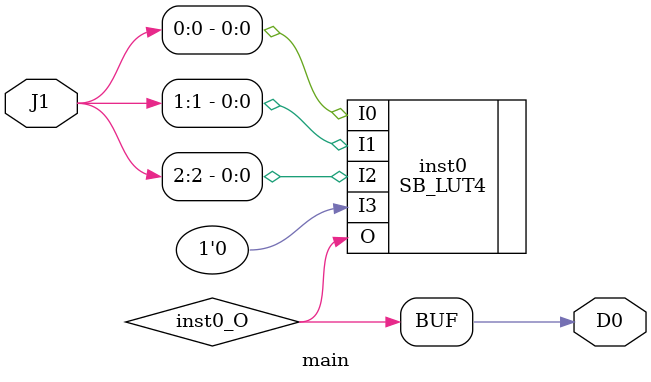
<source format=v>
module main (input [2:0] J1, output  D0);
wire  inst0_O;
SB_LUT4 #(.LUT_INIT(16'h8080)) inst0 (.I0(J1[0]), .I1(J1[1]), .I2(J1[2]), .I3(1'b0), .O(inst0_O));
assign D0 = inst0_O;
endmodule


</source>
